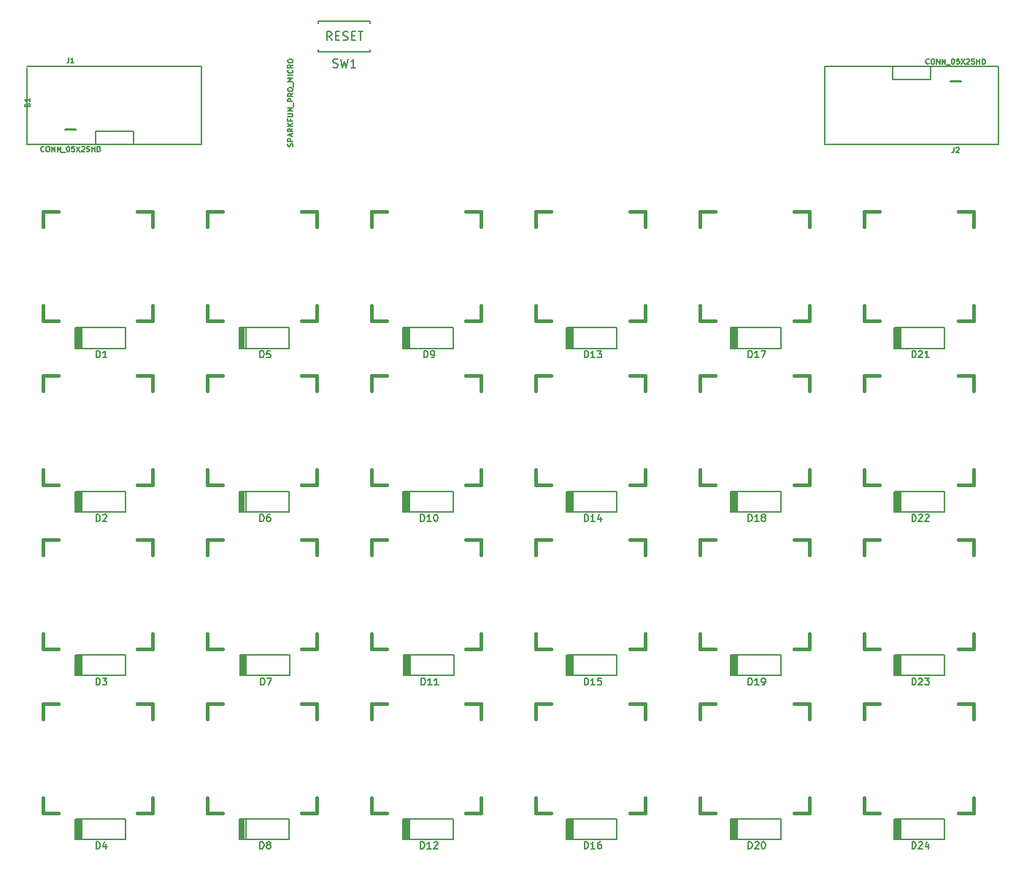
<source format=gto>
G04 #@! TF.GenerationSoftware,KiCad,Pcbnew,(5.1.5)-3*
G04 #@! TF.CreationDate,2020-07-04T19:23:36+09:00*
G04 #@! TF.ProjectId,slamd,736c616d-642e-46b6-9963-61645f706362,rev?*
G04 #@! TF.SameCoordinates,Original*
G04 #@! TF.FileFunction,Legend,Top*
G04 #@! TF.FilePolarity,Positive*
%FSLAX46Y46*%
G04 Gerber Fmt 4.6, Leading zero omitted, Abs format (unit mm)*
G04 Created by KiCad (PCBNEW (5.1.5)-3) date 2020-07-04 19:23:36*
%MOMM*%
%LPD*%
G04 APERTURE LIST*
%ADD10C,0.150000*%
%ADD11C,0.381000*%
%ADD12C,0.200000*%
%ADD13C,0.203200*%
%ADD14C,0.127000*%
G04 APERTURE END LIST*
D10*
X69675000Y-28730000D02*
X69675000Y-28980000D01*
X63675000Y-28730000D02*
X69675000Y-28730000D01*
X63675000Y-28730000D02*
X63675000Y-28980000D01*
X63675000Y-32230000D02*
X63675000Y-31980000D01*
X69675000Y-32230000D02*
X69675000Y-31980000D01*
X63675000Y-32230000D02*
X69675000Y-32230000D01*
D11*
X31750000Y-52578000D02*
X31750000Y-50800000D01*
X31750000Y-63500000D02*
X31750000Y-61722000D01*
X33528000Y-63500000D02*
X31750000Y-63500000D01*
X44450000Y-63500000D02*
X42672000Y-63500000D01*
X44450000Y-61722000D02*
X44450000Y-63500000D01*
X44450000Y-50800000D02*
X44450000Y-52578000D01*
X42672000Y-50800000D02*
X44450000Y-50800000D01*
X31750000Y-50800000D02*
X33528000Y-50800000D01*
X31750000Y-71628000D02*
X31750000Y-69850000D01*
X31750000Y-82550000D02*
X31750000Y-80772000D01*
X33528000Y-82550000D02*
X31750000Y-82550000D01*
X44450000Y-82550000D02*
X42672000Y-82550000D01*
X44450000Y-80772000D02*
X44450000Y-82550000D01*
X44450000Y-69850000D02*
X44450000Y-71628000D01*
X42672000Y-69850000D02*
X44450000Y-69850000D01*
X31750000Y-69850000D02*
X33528000Y-69850000D01*
X31750000Y-88900000D02*
X33528000Y-88900000D01*
X42672000Y-88900000D02*
X44450000Y-88900000D01*
X44450000Y-88900000D02*
X44450000Y-90678000D01*
X44450000Y-99822000D02*
X44450000Y-101600000D01*
X44450000Y-101600000D02*
X42672000Y-101600000D01*
X33528000Y-101600000D02*
X31750000Y-101600000D01*
X31750000Y-101600000D02*
X31750000Y-99822000D01*
X31750000Y-90678000D02*
X31750000Y-88900000D01*
X31750000Y-109728000D02*
X31750000Y-107950000D01*
X31750000Y-120650000D02*
X31750000Y-118872000D01*
X33528000Y-120650000D02*
X31750000Y-120650000D01*
X44450000Y-120650000D02*
X42672000Y-120650000D01*
X44450000Y-118872000D02*
X44450000Y-120650000D01*
X44450000Y-107950000D02*
X44450000Y-109728000D01*
X42672000Y-107950000D02*
X44450000Y-107950000D01*
X31750000Y-107950000D02*
X33528000Y-107950000D01*
X50800000Y-50800000D02*
X52578000Y-50800000D01*
X61722000Y-50800000D02*
X63500000Y-50800000D01*
X63500000Y-50800000D02*
X63500000Y-52578000D01*
X63500000Y-61722000D02*
X63500000Y-63500000D01*
X63500000Y-63500000D02*
X61722000Y-63500000D01*
X52578000Y-63500000D02*
X50800000Y-63500000D01*
X50800000Y-63500000D02*
X50800000Y-61722000D01*
X50800000Y-52578000D02*
X50800000Y-50800000D01*
X50800000Y-71628000D02*
X50800000Y-69850000D01*
X50800000Y-82550000D02*
X50800000Y-80772000D01*
X52578000Y-82550000D02*
X50800000Y-82550000D01*
X63500000Y-82550000D02*
X61722000Y-82550000D01*
X63500000Y-80772000D02*
X63500000Y-82550000D01*
X63500000Y-69850000D02*
X63500000Y-71628000D01*
X61722000Y-69850000D02*
X63500000Y-69850000D01*
X50800000Y-69850000D02*
X52578000Y-69850000D01*
X50800000Y-88900000D02*
X52578000Y-88900000D01*
X61722000Y-88900000D02*
X63500000Y-88900000D01*
X63500000Y-88900000D02*
X63500000Y-90678000D01*
X63500000Y-99822000D02*
X63500000Y-101600000D01*
X63500000Y-101600000D02*
X61722000Y-101600000D01*
X52578000Y-101600000D02*
X50800000Y-101600000D01*
X50800000Y-101600000D02*
X50800000Y-99822000D01*
X50800000Y-90678000D02*
X50800000Y-88900000D01*
X50800000Y-109728000D02*
X50800000Y-107950000D01*
X50800000Y-120650000D02*
X50800000Y-118872000D01*
X52578000Y-120650000D02*
X50800000Y-120650000D01*
X63500000Y-120650000D02*
X61722000Y-120650000D01*
X63500000Y-118872000D02*
X63500000Y-120650000D01*
X63500000Y-107950000D02*
X63500000Y-109728000D01*
X61722000Y-107950000D02*
X63500000Y-107950000D01*
X50800000Y-107950000D02*
X52578000Y-107950000D01*
X69850000Y-50800000D02*
X71628000Y-50800000D01*
X80772000Y-50800000D02*
X82550000Y-50800000D01*
X82550000Y-50800000D02*
X82550000Y-52578000D01*
X82550000Y-61722000D02*
X82550000Y-63500000D01*
X82550000Y-63500000D02*
X80772000Y-63500000D01*
X71628000Y-63500000D02*
X69850000Y-63500000D01*
X69850000Y-63500000D02*
X69850000Y-61722000D01*
X69850000Y-52578000D02*
X69850000Y-50800000D01*
X69850000Y-71628000D02*
X69850000Y-69850000D01*
X69850000Y-82550000D02*
X69850000Y-80772000D01*
X71628000Y-82550000D02*
X69850000Y-82550000D01*
X82550000Y-82550000D02*
X80772000Y-82550000D01*
X82550000Y-80772000D02*
X82550000Y-82550000D01*
X82550000Y-69850000D02*
X82550000Y-71628000D01*
X80772000Y-69850000D02*
X82550000Y-69850000D01*
X69850000Y-69850000D02*
X71628000Y-69850000D01*
X69850000Y-88900000D02*
X71628000Y-88900000D01*
X80772000Y-88900000D02*
X82550000Y-88900000D01*
X82550000Y-88900000D02*
X82550000Y-90678000D01*
X82550000Y-99822000D02*
X82550000Y-101600000D01*
X82550000Y-101600000D02*
X80772000Y-101600000D01*
X71628000Y-101600000D02*
X69850000Y-101600000D01*
X69850000Y-101600000D02*
X69850000Y-99822000D01*
X69850000Y-90678000D02*
X69850000Y-88900000D01*
X69850000Y-109728000D02*
X69850000Y-107950000D01*
X69850000Y-120650000D02*
X69850000Y-118872000D01*
X71628000Y-120650000D02*
X69850000Y-120650000D01*
X82550000Y-120650000D02*
X80772000Y-120650000D01*
X82550000Y-118872000D02*
X82550000Y-120650000D01*
X82550000Y-107950000D02*
X82550000Y-109728000D01*
X80772000Y-107950000D02*
X82550000Y-107950000D01*
X69850000Y-107950000D02*
X71628000Y-107950000D01*
X88900000Y-50800000D02*
X90678000Y-50800000D01*
X99822000Y-50800000D02*
X101600000Y-50800000D01*
X101600000Y-50800000D02*
X101600000Y-52578000D01*
X101600000Y-61722000D02*
X101600000Y-63500000D01*
X101600000Y-63500000D02*
X99822000Y-63500000D01*
X90678000Y-63500000D02*
X88900000Y-63500000D01*
X88900000Y-63500000D02*
X88900000Y-61722000D01*
X88900000Y-52578000D02*
X88900000Y-50800000D01*
X88900000Y-71628000D02*
X88900000Y-69850000D01*
X88900000Y-82550000D02*
X88900000Y-80772000D01*
X90678000Y-82550000D02*
X88900000Y-82550000D01*
X101600000Y-82550000D02*
X99822000Y-82550000D01*
X101600000Y-80772000D02*
X101600000Y-82550000D01*
X101600000Y-69850000D02*
X101600000Y-71628000D01*
X99822000Y-69850000D02*
X101600000Y-69850000D01*
X88900000Y-69850000D02*
X90678000Y-69850000D01*
X88900000Y-88900000D02*
X90678000Y-88900000D01*
X99822000Y-88900000D02*
X101600000Y-88900000D01*
X101600000Y-88900000D02*
X101600000Y-90678000D01*
X101600000Y-99822000D02*
X101600000Y-101600000D01*
X101600000Y-101600000D02*
X99822000Y-101600000D01*
X90678000Y-101600000D02*
X88900000Y-101600000D01*
X88900000Y-101600000D02*
X88900000Y-99822000D01*
X88900000Y-90678000D02*
X88900000Y-88900000D01*
X88900000Y-107950000D02*
X90678000Y-107950000D01*
X99822000Y-107950000D02*
X101600000Y-107950000D01*
X101600000Y-107950000D02*
X101600000Y-109728000D01*
X101600000Y-118872000D02*
X101600000Y-120650000D01*
X101600000Y-120650000D02*
X99822000Y-120650000D01*
X90678000Y-120650000D02*
X88900000Y-120650000D01*
X88900000Y-120650000D02*
X88900000Y-118872000D01*
X88900000Y-109728000D02*
X88900000Y-107950000D01*
X107950000Y-52578000D02*
X107950000Y-50800000D01*
X107950000Y-63500000D02*
X107950000Y-61722000D01*
X109728000Y-63500000D02*
X107950000Y-63500000D01*
X120650000Y-63500000D02*
X118872000Y-63500000D01*
X120650000Y-61722000D02*
X120650000Y-63500000D01*
X120650000Y-50800000D02*
X120650000Y-52578000D01*
X118872000Y-50800000D02*
X120650000Y-50800000D01*
X107950000Y-50800000D02*
X109728000Y-50800000D01*
X107950000Y-71628000D02*
X107950000Y-69850000D01*
X107950000Y-82550000D02*
X107950000Y-80772000D01*
X109728000Y-82550000D02*
X107950000Y-82550000D01*
X120650000Y-82550000D02*
X118872000Y-82550000D01*
X120650000Y-80772000D02*
X120650000Y-82550000D01*
X120650000Y-69850000D02*
X120650000Y-71628000D01*
X118872000Y-69850000D02*
X120650000Y-69850000D01*
X107950000Y-69850000D02*
X109728000Y-69850000D01*
X107950000Y-88900000D02*
X109728000Y-88900000D01*
X118872000Y-88900000D02*
X120650000Y-88900000D01*
X120650000Y-88900000D02*
X120650000Y-90678000D01*
X120650000Y-99822000D02*
X120650000Y-101600000D01*
X120650000Y-101600000D02*
X118872000Y-101600000D01*
X109728000Y-101600000D02*
X107950000Y-101600000D01*
X107950000Y-101600000D02*
X107950000Y-99822000D01*
X107950000Y-90678000D02*
X107950000Y-88900000D01*
X107950000Y-109728000D02*
X107950000Y-107950000D01*
X107950000Y-120650000D02*
X107950000Y-118872000D01*
X109728000Y-120650000D02*
X107950000Y-120650000D01*
X120650000Y-120650000D02*
X118872000Y-120650000D01*
X120650000Y-118872000D02*
X120650000Y-120650000D01*
X120650000Y-107950000D02*
X120650000Y-109728000D01*
X118872000Y-107950000D02*
X120650000Y-107950000D01*
X107950000Y-107950000D02*
X109728000Y-107950000D01*
X127000000Y-50800000D02*
X128778000Y-50800000D01*
X137922000Y-50800000D02*
X139700000Y-50800000D01*
X139700000Y-50800000D02*
X139700000Y-52578000D01*
X139700000Y-61722000D02*
X139700000Y-63500000D01*
X139700000Y-63500000D02*
X137922000Y-63500000D01*
X128778000Y-63500000D02*
X127000000Y-63500000D01*
X127000000Y-63500000D02*
X127000000Y-61722000D01*
X127000000Y-52578000D02*
X127000000Y-50800000D01*
X127000000Y-69850000D02*
X128778000Y-69850000D01*
X137922000Y-69850000D02*
X139700000Y-69850000D01*
X139700000Y-69850000D02*
X139700000Y-71628000D01*
X139700000Y-80772000D02*
X139700000Y-82550000D01*
X139700000Y-82550000D02*
X137922000Y-82550000D01*
X128778000Y-82550000D02*
X127000000Y-82550000D01*
X127000000Y-82550000D02*
X127000000Y-80772000D01*
X127000000Y-71628000D02*
X127000000Y-69850000D01*
X127000000Y-90678000D02*
X127000000Y-88900000D01*
X127000000Y-101600000D02*
X127000000Y-99822000D01*
X128778000Y-101600000D02*
X127000000Y-101600000D01*
X139700000Y-101600000D02*
X137922000Y-101600000D01*
X139700000Y-99822000D02*
X139700000Y-101600000D01*
X139700000Y-88900000D02*
X139700000Y-90678000D01*
X137922000Y-88900000D02*
X139700000Y-88900000D01*
X127000000Y-88900000D02*
X128778000Y-88900000D01*
X127000000Y-107950000D02*
X128778000Y-107950000D01*
X137922000Y-107950000D02*
X139700000Y-107950000D01*
X139700000Y-107950000D02*
X139700000Y-109728000D01*
X139700000Y-118872000D02*
X139700000Y-120650000D01*
X139700000Y-120650000D02*
X137922000Y-120650000D01*
X128778000Y-120650000D02*
X127000000Y-120650000D01*
X127000000Y-120650000D02*
X127000000Y-118872000D01*
X127000000Y-109728000D02*
X127000000Y-107950000D01*
D12*
X41300000Y-66700000D02*
X35500000Y-66700000D01*
X41300000Y-64300000D02*
X41300000Y-66700000D01*
X35500000Y-64300000D02*
X41300000Y-64300000D01*
X35575000Y-64300000D02*
X35575000Y-66700000D01*
X35700000Y-64300000D02*
X35700000Y-66700000D01*
X35475000Y-66700000D02*
X35475000Y-64300000D01*
X35875000Y-64300000D02*
X35875000Y-66700000D01*
X36050000Y-64300000D02*
X36050000Y-66700000D01*
X36225000Y-64300000D02*
X36225000Y-66700000D01*
X36225000Y-83300000D02*
X36225000Y-85700000D01*
X36050000Y-83300000D02*
X36050000Y-85700000D01*
X35875000Y-83300000D02*
X35875000Y-85700000D01*
X35475000Y-85700000D02*
X35475000Y-83300000D01*
X35700000Y-83300000D02*
X35700000Y-85700000D01*
X35575000Y-83300000D02*
X35575000Y-85700000D01*
X35500000Y-83300000D02*
X41300000Y-83300000D01*
X41300000Y-83300000D02*
X41300000Y-85700000D01*
X41300000Y-85700000D02*
X35500000Y-85700000D01*
X36225000Y-102300000D02*
X36225000Y-104700000D01*
X36050000Y-102300000D02*
X36050000Y-104700000D01*
X35875000Y-102300000D02*
X35875000Y-104700000D01*
X35475000Y-104700000D02*
X35475000Y-102300000D01*
X35700000Y-102300000D02*
X35700000Y-104700000D01*
X35575000Y-102300000D02*
X35575000Y-104700000D01*
X35500000Y-102300000D02*
X41300000Y-102300000D01*
X41300000Y-102300000D02*
X41300000Y-104700000D01*
X41300000Y-104700000D02*
X35500000Y-104700000D01*
X36225000Y-121300000D02*
X36225000Y-123700000D01*
X36050000Y-121300000D02*
X36050000Y-123700000D01*
X35875000Y-121300000D02*
X35875000Y-123700000D01*
X35475000Y-123700000D02*
X35475000Y-121300000D01*
X35700000Y-121300000D02*
X35700000Y-123700000D01*
X35575000Y-121300000D02*
X35575000Y-123700000D01*
X35500000Y-121300000D02*
X41300000Y-121300000D01*
X41300000Y-121300000D02*
X41300000Y-123700000D01*
X41300000Y-123700000D02*
X35500000Y-123700000D01*
X60300000Y-66700000D02*
X54500000Y-66700000D01*
X60300000Y-64300000D02*
X60300000Y-66700000D01*
X54500000Y-64300000D02*
X60300000Y-64300000D01*
X54575000Y-64300000D02*
X54575000Y-66700000D01*
X54700000Y-64300000D02*
X54700000Y-66700000D01*
X54475000Y-66700000D02*
X54475000Y-64300000D01*
X54875000Y-64300000D02*
X54875000Y-66700000D01*
X55050000Y-64300000D02*
X55050000Y-66700000D01*
X55225000Y-64300000D02*
X55225000Y-66700000D01*
X55225000Y-83300000D02*
X55225000Y-85700000D01*
X55050000Y-83300000D02*
X55050000Y-85700000D01*
X54875000Y-83300000D02*
X54875000Y-85700000D01*
X54475000Y-85700000D02*
X54475000Y-83300000D01*
X54700000Y-83300000D02*
X54700000Y-85700000D01*
X54575000Y-83300000D02*
X54575000Y-85700000D01*
X54500000Y-83300000D02*
X60300000Y-83300000D01*
X60300000Y-83300000D02*
X60300000Y-85700000D01*
X60300000Y-85700000D02*
X54500000Y-85700000D01*
X60375000Y-104700000D02*
X54575000Y-104700000D01*
X60375000Y-102300000D02*
X60375000Y-104700000D01*
X54575000Y-102300000D02*
X60375000Y-102300000D01*
X54650000Y-102300000D02*
X54650000Y-104700000D01*
X54775000Y-102300000D02*
X54775000Y-104700000D01*
X54550000Y-104700000D02*
X54550000Y-102300000D01*
X54950000Y-102300000D02*
X54950000Y-104700000D01*
X55125000Y-102300000D02*
X55125000Y-104700000D01*
X55300000Y-102300000D02*
X55300000Y-104700000D01*
X60300000Y-123700000D02*
X54500000Y-123700000D01*
X60300000Y-121300000D02*
X60300000Y-123700000D01*
X54500000Y-121300000D02*
X60300000Y-121300000D01*
X54575000Y-121300000D02*
X54575000Y-123700000D01*
X54700000Y-121300000D02*
X54700000Y-123700000D01*
X54475000Y-123700000D02*
X54475000Y-121300000D01*
X54875000Y-121300000D02*
X54875000Y-123700000D01*
X55050000Y-121300000D02*
X55050000Y-123700000D01*
X55225000Y-121300000D02*
X55225000Y-123700000D01*
X79300000Y-66700000D02*
X73500000Y-66700000D01*
X79300000Y-64300000D02*
X79300000Y-66700000D01*
X73500000Y-64300000D02*
X79300000Y-64300000D01*
X73575000Y-64300000D02*
X73575000Y-66700000D01*
X73700000Y-64300000D02*
X73700000Y-66700000D01*
X73475000Y-66700000D02*
X73475000Y-64300000D01*
X73875000Y-64300000D02*
X73875000Y-66700000D01*
X74050000Y-64300000D02*
X74050000Y-66700000D01*
X74225000Y-64300000D02*
X74225000Y-66700000D01*
X74225000Y-83300000D02*
X74225000Y-85700000D01*
X74050000Y-83300000D02*
X74050000Y-85700000D01*
X73875000Y-83300000D02*
X73875000Y-85700000D01*
X73475000Y-85700000D02*
X73475000Y-83300000D01*
X73700000Y-83300000D02*
X73700000Y-85700000D01*
X73575000Y-83300000D02*
X73575000Y-85700000D01*
X73500000Y-83300000D02*
X79300000Y-83300000D01*
X79300000Y-83300000D02*
X79300000Y-85700000D01*
X79300000Y-85700000D02*
X73500000Y-85700000D01*
X74300000Y-102300000D02*
X74300000Y-104700000D01*
X74125000Y-102300000D02*
X74125000Y-104700000D01*
X73950000Y-102300000D02*
X73950000Y-104700000D01*
X73550000Y-104700000D02*
X73550000Y-102300000D01*
X73775000Y-102300000D02*
X73775000Y-104700000D01*
X73650000Y-102300000D02*
X73650000Y-104700000D01*
X73575000Y-102300000D02*
X79375000Y-102300000D01*
X79375000Y-102300000D02*
X79375000Y-104700000D01*
X79375000Y-104700000D02*
X73575000Y-104700000D01*
X79300000Y-123700000D02*
X73500000Y-123700000D01*
X79300000Y-121300000D02*
X79300000Y-123700000D01*
X73500000Y-121300000D02*
X79300000Y-121300000D01*
X73575000Y-121300000D02*
X73575000Y-123700000D01*
X73700000Y-121300000D02*
X73700000Y-123700000D01*
X73475000Y-123700000D02*
X73475000Y-121300000D01*
X73875000Y-121300000D02*
X73875000Y-123700000D01*
X74050000Y-121300000D02*
X74050000Y-123700000D01*
X74225000Y-121300000D02*
X74225000Y-123700000D01*
X98300000Y-66700000D02*
X92500000Y-66700000D01*
X98300000Y-64300000D02*
X98300000Y-66700000D01*
X92500000Y-64300000D02*
X98300000Y-64300000D01*
X92575000Y-64300000D02*
X92575000Y-66700000D01*
X92700000Y-64300000D02*
X92700000Y-66700000D01*
X92475000Y-66700000D02*
X92475000Y-64300000D01*
X92875000Y-64300000D02*
X92875000Y-66700000D01*
X93050000Y-64300000D02*
X93050000Y-66700000D01*
X93225000Y-64300000D02*
X93225000Y-66700000D01*
X93225000Y-83300000D02*
X93225000Y-85700000D01*
X93050000Y-83300000D02*
X93050000Y-85700000D01*
X92875000Y-83300000D02*
X92875000Y-85700000D01*
X92475000Y-85700000D02*
X92475000Y-83300000D01*
X92700000Y-83300000D02*
X92700000Y-85700000D01*
X92575000Y-83300000D02*
X92575000Y-85700000D01*
X92500000Y-83300000D02*
X98300000Y-83300000D01*
X98300000Y-83300000D02*
X98300000Y-85700000D01*
X98300000Y-85700000D02*
X92500000Y-85700000D01*
X93225000Y-102300000D02*
X93225000Y-104700000D01*
X93050000Y-102300000D02*
X93050000Y-104700000D01*
X92875000Y-102300000D02*
X92875000Y-104700000D01*
X92475000Y-104700000D02*
X92475000Y-102300000D01*
X92700000Y-102300000D02*
X92700000Y-104700000D01*
X92575000Y-102300000D02*
X92575000Y-104700000D01*
X92500000Y-102300000D02*
X98300000Y-102300000D01*
X98300000Y-102300000D02*
X98300000Y-104700000D01*
X98300000Y-104700000D02*
X92500000Y-104700000D01*
X98300000Y-123700000D02*
X92500000Y-123700000D01*
X98300000Y-121300000D02*
X98300000Y-123700000D01*
X92500000Y-121300000D02*
X98300000Y-121300000D01*
X92575000Y-121300000D02*
X92575000Y-123700000D01*
X92700000Y-121300000D02*
X92700000Y-123700000D01*
X92475000Y-123700000D02*
X92475000Y-121300000D01*
X92875000Y-121300000D02*
X92875000Y-123700000D01*
X93050000Y-121300000D02*
X93050000Y-123700000D01*
X93225000Y-121300000D02*
X93225000Y-123700000D01*
X112225000Y-64300000D02*
X112225000Y-66700000D01*
X112050000Y-64300000D02*
X112050000Y-66700000D01*
X111875000Y-64300000D02*
X111875000Y-66700000D01*
X111475000Y-66700000D02*
X111475000Y-64300000D01*
X111700000Y-64300000D02*
X111700000Y-66700000D01*
X111575000Y-64300000D02*
X111575000Y-66700000D01*
X111500000Y-64300000D02*
X117300000Y-64300000D01*
X117300000Y-64300000D02*
X117300000Y-66700000D01*
X117300000Y-66700000D02*
X111500000Y-66700000D01*
X117300000Y-85700000D02*
X111500000Y-85700000D01*
X117300000Y-83300000D02*
X117300000Y-85700000D01*
X111500000Y-83300000D02*
X117300000Y-83300000D01*
X111575000Y-83300000D02*
X111575000Y-85700000D01*
X111700000Y-83300000D02*
X111700000Y-85700000D01*
X111475000Y-85700000D02*
X111475000Y-83300000D01*
X111875000Y-83300000D02*
X111875000Y-85700000D01*
X112050000Y-83300000D02*
X112050000Y-85700000D01*
X112225000Y-83300000D02*
X112225000Y-85700000D01*
X112225000Y-102300000D02*
X112225000Y-104700000D01*
X112050000Y-102300000D02*
X112050000Y-104700000D01*
X111875000Y-102300000D02*
X111875000Y-104700000D01*
X111475000Y-104700000D02*
X111475000Y-102300000D01*
X111700000Y-102300000D02*
X111700000Y-104700000D01*
X111575000Y-102300000D02*
X111575000Y-104700000D01*
X111500000Y-102300000D02*
X117300000Y-102300000D01*
X117300000Y-102300000D02*
X117300000Y-104700000D01*
X117300000Y-104700000D02*
X111500000Y-104700000D01*
X117300000Y-123700000D02*
X111500000Y-123700000D01*
X117300000Y-121300000D02*
X117300000Y-123700000D01*
X111500000Y-121300000D02*
X117300000Y-121300000D01*
X111575000Y-121300000D02*
X111575000Y-123700000D01*
X111700000Y-121300000D02*
X111700000Y-123700000D01*
X111475000Y-123700000D02*
X111475000Y-121300000D01*
X111875000Y-121300000D02*
X111875000Y-123700000D01*
X112050000Y-121300000D02*
X112050000Y-123700000D01*
X112225000Y-121300000D02*
X112225000Y-123700000D01*
X131225000Y-64300000D02*
X131225000Y-66700000D01*
X131050000Y-64300000D02*
X131050000Y-66700000D01*
X130875000Y-64300000D02*
X130875000Y-66700000D01*
X130475000Y-66700000D02*
X130475000Y-64300000D01*
X130700000Y-64300000D02*
X130700000Y-66700000D01*
X130575000Y-64300000D02*
X130575000Y-66700000D01*
X130500000Y-64300000D02*
X136300000Y-64300000D01*
X136300000Y-64300000D02*
X136300000Y-66700000D01*
X136300000Y-66700000D02*
X130500000Y-66700000D01*
X136300000Y-85700000D02*
X130500000Y-85700000D01*
X136300000Y-83300000D02*
X136300000Y-85700000D01*
X130500000Y-83300000D02*
X136300000Y-83300000D01*
X130575000Y-83300000D02*
X130575000Y-85700000D01*
X130700000Y-83300000D02*
X130700000Y-85700000D01*
X130475000Y-85700000D02*
X130475000Y-83300000D01*
X130875000Y-83300000D02*
X130875000Y-85700000D01*
X131050000Y-83300000D02*
X131050000Y-85700000D01*
X131225000Y-83300000D02*
X131225000Y-85700000D01*
X131225000Y-102300000D02*
X131225000Y-104700000D01*
X131050000Y-102300000D02*
X131050000Y-104700000D01*
X130875000Y-102300000D02*
X130875000Y-104700000D01*
X130475000Y-104700000D02*
X130475000Y-102300000D01*
X130700000Y-102300000D02*
X130700000Y-104700000D01*
X130575000Y-102300000D02*
X130575000Y-104700000D01*
X130500000Y-102300000D02*
X136300000Y-102300000D01*
X136300000Y-102300000D02*
X136300000Y-104700000D01*
X136300000Y-104700000D02*
X130500000Y-104700000D01*
X136300000Y-123700000D02*
X130500000Y-123700000D01*
X136300000Y-121300000D02*
X136300000Y-123700000D01*
X130500000Y-121300000D02*
X136300000Y-121300000D01*
X130575000Y-121300000D02*
X130575000Y-123700000D01*
X130700000Y-121300000D02*
X130700000Y-123700000D01*
X130475000Y-123700000D02*
X130475000Y-121300000D01*
X130875000Y-121300000D02*
X130875000Y-123700000D01*
X131050000Y-121300000D02*
X131050000Y-123700000D01*
X131225000Y-121300000D02*
X131225000Y-123700000D01*
D13*
X34285000Y-41273680D02*
X35555000Y-41273680D01*
X29900960Y-34001660D02*
X50099040Y-34001660D01*
X50099040Y-42998340D02*
X42199640Y-42998340D01*
X42199640Y-42998340D02*
X37800360Y-42998340D01*
X37800360Y-42998340D02*
X29900960Y-42998340D01*
X29900960Y-42998340D02*
X29900960Y-34100720D01*
X50099040Y-34001660D02*
X50099040Y-42998340D01*
X37800360Y-42998340D02*
X37800360Y-41499740D01*
X37800360Y-41499740D02*
X42199640Y-41499740D01*
X42199640Y-41499740D02*
X42199640Y-42998340D01*
X34285000Y-41311780D02*
X35555000Y-41311780D01*
X138215000Y-35726320D02*
X136945000Y-35726320D01*
X142599040Y-42998340D02*
X122400960Y-42998340D01*
X122400960Y-34001660D02*
X130300360Y-34001660D01*
X130300360Y-34001660D02*
X134699640Y-34001660D01*
X134699640Y-34001660D02*
X142599040Y-34001660D01*
X142599040Y-34001660D02*
X142599040Y-42899280D01*
X122400960Y-42998340D02*
X122400960Y-34001660D01*
X134699640Y-34001660D02*
X134699640Y-35500260D01*
X134699640Y-35500260D02*
X130300360Y-35500260D01*
X130300360Y-35500260D02*
X130300360Y-34001660D01*
X138215000Y-35688220D02*
X136945000Y-35688220D01*
D10*
X65341666Y-34059761D02*
X65484523Y-34107380D01*
X65722619Y-34107380D01*
X65817857Y-34059761D01*
X65865476Y-34012142D01*
X65913095Y-33916904D01*
X65913095Y-33821666D01*
X65865476Y-33726428D01*
X65817857Y-33678809D01*
X65722619Y-33631190D01*
X65532142Y-33583571D01*
X65436904Y-33535952D01*
X65389285Y-33488333D01*
X65341666Y-33393095D01*
X65341666Y-33297857D01*
X65389285Y-33202619D01*
X65436904Y-33155000D01*
X65532142Y-33107380D01*
X65770238Y-33107380D01*
X65913095Y-33155000D01*
X66246428Y-33107380D02*
X66484523Y-34107380D01*
X66675000Y-33393095D01*
X66865476Y-34107380D01*
X67103571Y-33107380D01*
X68008333Y-34107380D02*
X67436904Y-34107380D01*
X67722619Y-34107380D02*
X67722619Y-33107380D01*
X67627380Y-33250238D01*
X67532142Y-33345476D01*
X67436904Y-33393095D01*
X65222619Y-30932380D02*
X64889285Y-30456190D01*
X64651190Y-30932380D02*
X64651190Y-29932380D01*
X65032142Y-29932380D01*
X65127380Y-29980000D01*
X65175000Y-30027619D01*
X65222619Y-30122857D01*
X65222619Y-30265714D01*
X65175000Y-30360952D01*
X65127380Y-30408571D01*
X65032142Y-30456190D01*
X64651190Y-30456190D01*
X65651190Y-30408571D02*
X65984523Y-30408571D01*
X66127380Y-30932380D02*
X65651190Y-30932380D01*
X65651190Y-29932380D01*
X66127380Y-29932380D01*
X66508333Y-30884761D02*
X66651190Y-30932380D01*
X66889285Y-30932380D01*
X66984523Y-30884761D01*
X67032142Y-30837142D01*
X67079761Y-30741904D01*
X67079761Y-30646666D01*
X67032142Y-30551428D01*
X66984523Y-30503809D01*
X66889285Y-30456190D01*
X66698809Y-30408571D01*
X66603571Y-30360952D01*
X66555952Y-30313333D01*
X66508333Y-30218095D01*
X66508333Y-30122857D01*
X66555952Y-30027619D01*
X66603571Y-29980000D01*
X66698809Y-29932380D01*
X66936904Y-29932380D01*
X67079761Y-29980000D01*
X67508333Y-30408571D02*
X67841666Y-30408571D01*
X67984523Y-30932380D02*
X67508333Y-30932380D01*
X67508333Y-29932380D01*
X67984523Y-29932380D01*
X68270238Y-29932380D02*
X68841666Y-29932380D01*
X68555952Y-30932380D02*
X68555952Y-29932380D01*
D14*
X29916457Y-38446742D02*
X29945485Y-38359657D01*
X29974514Y-38330628D01*
X30032571Y-38301600D01*
X30119657Y-38301600D01*
X30177714Y-38330628D01*
X30206742Y-38359657D01*
X30235771Y-38417714D01*
X30235771Y-38649942D01*
X29626171Y-38649942D01*
X29626171Y-38446742D01*
X29655200Y-38388685D01*
X29684228Y-38359657D01*
X29742285Y-38330628D01*
X29800342Y-38330628D01*
X29858400Y-38359657D01*
X29887428Y-38388685D01*
X29916457Y-38446742D01*
X29916457Y-38649942D01*
X30235771Y-37721028D02*
X30235771Y-38069371D01*
X30235771Y-37895200D02*
X29626171Y-37895200D01*
X29713257Y-37953257D01*
X29771314Y-38011314D01*
X29800342Y-38069371D01*
X60686742Y-43265485D02*
X60715771Y-43178400D01*
X60715771Y-43033257D01*
X60686742Y-42975200D01*
X60657714Y-42946171D01*
X60599657Y-42917142D01*
X60541600Y-42917142D01*
X60483542Y-42946171D01*
X60454514Y-42975200D01*
X60425485Y-43033257D01*
X60396457Y-43149371D01*
X60367428Y-43207428D01*
X60338400Y-43236457D01*
X60280342Y-43265485D01*
X60222285Y-43265485D01*
X60164228Y-43236457D01*
X60135200Y-43207428D01*
X60106171Y-43149371D01*
X60106171Y-43004228D01*
X60135200Y-42917142D01*
X60715771Y-42655885D02*
X60106171Y-42655885D01*
X60106171Y-42423657D01*
X60135200Y-42365600D01*
X60164228Y-42336571D01*
X60222285Y-42307542D01*
X60309371Y-42307542D01*
X60367428Y-42336571D01*
X60396457Y-42365600D01*
X60425485Y-42423657D01*
X60425485Y-42655885D01*
X60541600Y-42075314D02*
X60541600Y-41785028D01*
X60715771Y-42133371D02*
X60106171Y-41930171D01*
X60715771Y-41726971D01*
X60715771Y-41175428D02*
X60425485Y-41378628D01*
X60715771Y-41523771D02*
X60106171Y-41523771D01*
X60106171Y-41291542D01*
X60135200Y-41233485D01*
X60164228Y-41204457D01*
X60222285Y-41175428D01*
X60309371Y-41175428D01*
X60367428Y-41204457D01*
X60396457Y-41233485D01*
X60425485Y-41291542D01*
X60425485Y-41523771D01*
X60715771Y-40914171D02*
X60106171Y-40914171D01*
X60715771Y-40565828D02*
X60367428Y-40827085D01*
X60106171Y-40565828D02*
X60454514Y-40914171D01*
X60396457Y-40101371D02*
X60396457Y-40304571D01*
X60715771Y-40304571D02*
X60106171Y-40304571D01*
X60106171Y-40014285D01*
X60106171Y-39782057D02*
X60599657Y-39782057D01*
X60657714Y-39753028D01*
X60686742Y-39724000D01*
X60715771Y-39665942D01*
X60715771Y-39549828D01*
X60686742Y-39491771D01*
X60657714Y-39462742D01*
X60599657Y-39433714D01*
X60106171Y-39433714D01*
X60715771Y-39143428D02*
X60106171Y-39143428D01*
X60715771Y-38795085D01*
X60106171Y-38795085D01*
X60773828Y-38649942D02*
X60773828Y-38185485D01*
X60715771Y-38040342D02*
X60106171Y-38040342D01*
X60106171Y-37808114D01*
X60135200Y-37750057D01*
X60164228Y-37721028D01*
X60222285Y-37692000D01*
X60309371Y-37692000D01*
X60367428Y-37721028D01*
X60396457Y-37750057D01*
X60425485Y-37808114D01*
X60425485Y-38040342D01*
X60715771Y-37082400D02*
X60425485Y-37285600D01*
X60715771Y-37430742D02*
X60106171Y-37430742D01*
X60106171Y-37198514D01*
X60135200Y-37140457D01*
X60164228Y-37111428D01*
X60222285Y-37082400D01*
X60309371Y-37082400D01*
X60367428Y-37111428D01*
X60396457Y-37140457D01*
X60425485Y-37198514D01*
X60425485Y-37430742D01*
X60106171Y-36705028D02*
X60106171Y-36588914D01*
X60135200Y-36530857D01*
X60193257Y-36472800D01*
X60309371Y-36443771D01*
X60512571Y-36443771D01*
X60628685Y-36472800D01*
X60686742Y-36530857D01*
X60715771Y-36588914D01*
X60715771Y-36705028D01*
X60686742Y-36763085D01*
X60628685Y-36821142D01*
X60512571Y-36850171D01*
X60309371Y-36850171D01*
X60193257Y-36821142D01*
X60135200Y-36763085D01*
X60106171Y-36705028D01*
X60773828Y-36327657D02*
X60773828Y-35863200D01*
X60715771Y-35718057D02*
X60106171Y-35718057D01*
X60541600Y-35514857D01*
X60106171Y-35311657D01*
X60715771Y-35311657D01*
X60715771Y-35021371D02*
X60106171Y-35021371D01*
X60657714Y-34382742D02*
X60686742Y-34411771D01*
X60715771Y-34498857D01*
X60715771Y-34556914D01*
X60686742Y-34644000D01*
X60628685Y-34702057D01*
X60570628Y-34731085D01*
X60454514Y-34760114D01*
X60367428Y-34760114D01*
X60251314Y-34731085D01*
X60193257Y-34702057D01*
X60135200Y-34644000D01*
X60106171Y-34556914D01*
X60106171Y-34498857D01*
X60135200Y-34411771D01*
X60164228Y-34382742D01*
X60715771Y-33773142D02*
X60425485Y-33976342D01*
X60715771Y-34121485D02*
X60106171Y-34121485D01*
X60106171Y-33889257D01*
X60135200Y-33831200D01*
X60164228Y-33802171D01*
X60222285Y-33773142D01*
X60309371Y-33773142D01*
X60367428Y-33802171D01*
X60396457Y-33831200D01*
X60425485Y-33889257D01*
X60425485Y-34121485D01*
X60106171Y-33395771D02*
X60106171Y-33279657D01*
X60135200Y-33221600D01*
X60193257Y-33163542D01*
X60309371Y-33134514D01*
X60512571Y-33134514D01*
X60628685Y-33163542D01*
X60686742Y-33221600D01*
X60715771Y-33279657D01*
X60715771Y-33395771D01*
X60686742Y-33453828D01*
X60628685Y-33511885D01*
X60512571Y-33540914D01*
X60309371Y-33540914D01*
X60193257Y-33511885D01*
X60135200Y-33453828D01*
X60106171Y-33395771D01*
D10*
X37909523Y-67786904D02*
X37909523Y-66986904D01*
X38100000Y-66986904D01*
X38214285Y-67025000D01*
X38290476Y-67101190D01*
X38328571Y-67177380D01*
X38366666Y-67329761D01*
X38366666Y-67444047D01*
X38328571Y-67596428D01*
X38290476Y-67672619D01*
X38214285Y-67748809D01*
X38100000Y-67786904D01*
X37909523Y-67786904D01*
X39128571Y-67786904D02*
X38671428Y-67786904D01*
X38900000Y-67786904D02*
X38900000Y-66986904D01*
X38823809Y-67101190D01*
X38747619Y-67177380D01*
X38671428Y-67215476D01*
X37909523Y-86786904D02*
X37909523Y-85986904D01*
X38100000Y-85986904D01*
X38214285Y-86025000D01*
X38290476Y-86101190D01*
X38328571Y-86177380D01*
X38366666Y-86329761D01*
X38366666Y-86444047D01*
X38328571Y-86596428D01*
X38290476Y-86672619D01*
X38214285Y-86748809D01*
X38100000Y-86786904D01*
X37909523Y-86786904D01*
X38671428Y-86063095D02*
X38709523Y-86025000D01*
X38785714Y-85986904D01*
X38976190Y-85986904D01*
X39052380Y-86025000D01*
X39090476Y-86063095D01*
X39128571Y-86139285D01*
X39128571Y-86215476D01*
X39090476Y-86329761D01*
X38633333Y-86786904D01*
X39128571Y-86786904D01*
X37909523Y-105786904D02*
X37909523Y-104986904D01*
X38100000Y-104986904D01*
X38214285Y-105025000D01*
X38290476Y-105101190D01*
X38328571Y-105177380D01*
X38366666Y-105329761D01*
X38366666Y-105444047D01*
X38328571Y-105596428D01*
X38290476Y-105672619D01*
X38214285Y-105748809D01*
X38100000Y-105786904D01*
X37909523Y-105786904D01*
X38633333Y-104986904D02*
X39128571Y-104986904D01*
X38861904Y-105291666D01*
X38976190Y-105291666D01*
X39052380Y-105329761D01*
X39090476Y-105367857D01*
X39128571Y-105444047D01*
X39128571Y-105634523D01*
X39090476Y-105710714D01*
X39052380Y-105748809D01*
X38976190Y-105786904D01*
X38747619Y-105786904D01*
X38671428Y-105748809D01*
X38633333Y-105710714D01*
X37909523Y-124786904D02*
X37909523Y-123986904D01*
X38100000Y-123986904D01*
X38214285Y-124025000D01*
X38290476Y-124101190D01*
X38328571Y-124177380D01*
X38366666Y-124329761D01*
X38366666Y-124444047D01*
X38328571Y-124596428D01*
X38290476Y-124672619D01*
X38214285Y-124748809D01*
X38100000Y-124786904D01*
X37909523Y-124786904D01*
X39052380Y-124253571D02*
X39052380Y-124786904D01*
X38861904Y-123948809D02*
X38671428Y-124520238D01*
X39166666Y-124520238D01*
X56909523Y-67786904D02*
X56909523Y-66986904D01*
X57100000Y-66986904D01*
X57214285Y-67025000D01*
X57290476Y-67101190D01*
X57328571Y-67177380D01*
X57366666Y-67329761D01*
X57366666Y-67444047D01*
X57328571Y-67596428D01*
X57290476Y-67672619D01*
X57214285Y-67748809D01*
X57100000Y-67786904D01*
X56909523Y-67786904D01*
X58090476Y-66986904D02*
X57709523Y-66986904D01*
X57671428Y-67367857D01*
X57709523Y-67329761D01*
X57785714Y-67291666D01*
X57976190Y-67291666D01*
X58052380Y-67329761D01*
X58090476Y-67367857D01*
X58128571Y-67444047D01*
X58128571Y-67634523D01*
X58090476Y-67710714D01*
X58052380Y-67748809D01*
X57976190Y-67786904D01*
X57785714Y-67786904D01*
X57709523Y-67748809D01*
X57671428Y-67710714D01*
X56909523Y-86786904D02*
X56909523Y-85986904D01*
X57100000Y-85986904D01*
X57214285Y-86025000D01*
X57290476Y-86101190D01*
X57328571Y-86177380D01*
X57366666Y-86329761D01*
X57366666Y-86444047D01*
X57328571Y-86596428D01*
X57290476Y-86672619D01*
X57214285Y-86748809D01*
X57100000Y-86786904D01*
X56909523Y-86786904D01*
X58052380Y-85986904D02*
X57900000Y-85986904D01*
X57823809Y-86025000D01*
X57785714Y-86063095D01*
X57709523Y-86177380D01*
X57671428Y-86329761D01*
X57671428Y-86634523D01*
X57709523Y-86710714D01*
X57747619Y-86748809D01*
X57823809Y-86786904D01*
X57976190Y-86786904D01*
X58052380Y-86748809D01*
X58090476Y-86710714D01*
X58128571Y-86634523D01*
X58128571Y-86444047D01*
X58090476Y-86367857D01*
X58052380Y-86329761D01*
X57976190Y-86291666D01*
X57823809Y-86291666D01*
X57747619Y-86329761D01*
X57709523Y-86367857D01*
X57671428Y-86444047D01*
X56984523Y-105786904D02*
X56984523Y-104986904D01*
X57175000Y-104986904D01*
X57289285Y-105025000D01*
X57365476Y-105101190D01*
X57403571Y-105177380D01*
X57441666Y-105329761D01*
X57441666Y-105444047D01*
X57403571Y-105596428D01*
X57365476Y-105672619D01*
X57289285Y-105748809D01*
X57175000Y-105786904D01*
X56984523Y-105786904D01*
X57708333Y-104986904D02*
X58241666Y-104986904D01*
X57898809Y-105786904D01*
X56909523Y-124786904D02*
X56909523Y-123986904D01*
X57100000Y-123986904D01*
X57214285Y-124025000D01*
X57290476Y-124101190D01*
X57328571Y-124177380D01*
X57366666Y-124329761D01*
X57366666Y-124444047D01*
X57328571Y-124596428D01*
X57290476Y-124672619D01*
X57214285Y-124748809D01*
X57100000Y-124786904D01*
X56909523Y-124786904D01*
X57823809Y-124329761D02*
X57747619Y-124291666D01*
X57709523Y-124253571D01*
X57671428Y-124177380D01*
X57671428Y-124139285D01*
X57709523Y-124063095D01*
X57747619Y-124025000D01*
X57823809Y-123986904D01*
X57976190Y-123986904D01*
X58052380Y-124025000D01*
X58090476Y-124063095D01*
X58128571Y-124139285D01*
X58128571Y-124177380D01*
X58090476Y-124253571D01*
X58052380Y-124291666D01*
X57976190Y-124329761D01*
X57823809Y-124329761D01*
X57747619Y-124367857D01*
X57709523Y-124405952D01*
X57671428Y-124482142D01*
X57671428Y-124634523D01*
X57709523Y-124710714D01*
X57747619Y-124748809D01*
X57823809Y-124786904D01*
X57976190Y-124786904D01*
X58052380Y-124748809D01*
X58090476Y-124710714D01*
X58128571Y-124634523D01*
X58128571Y-124482142D01*
X58090476Y-124405952D01*
X58052380Y-124367857D01*
X57976190Y-124329761D01*
X75909523Y-67786904D02*
X75909523Y-66986904D01*
X76100000Y-66986904D01*
X76214285Y-67025000D01*
X76290476Y-67101190D01*
X76328571Y-67177380D01*
X76366666Y-67329761D01*
X76366666Y-67444047D01*
X76328571Y-67596428D01*
X76290476Y-67672619D01*
X76214285Y-67748809D01*
X76100000Y-67786904D01*
X75909523Y-67786904D01*
X76747619Y-67786904D02*
X76900000Y-67786904D01*
X76976190Y-67748809D01*
X77014285Y-67710714D01*
X77090476Y-67596428D01*
X77128571Y-67444047D01*
X77128571Y-67139285D01*
X77090476Y-67063095D01*
X77052380Y-67025000D01*
X76976190Y-66986904D01*
X76823809Y-66986904D01*
X76747619Y-67025000D01*
X76709523Y-67063095D01*
X76671428Y-67139285D01*
X76671428Y-67329761D01*
X76709523Y-67405952D01*
X76747619Y-67444047D01*
X76823809Y-67482142D01*
X76976190Y-67482142D01*
X77052380Y-67444047D01*
X77090476Y-67405952D01*
X77128571Y-67329761D01*
X75528571Y-86786904D02*
X75528571Y-85986904D01*
X75719047Y-85986904D01*
X75833333Y-86025000D01*
X75909523Y-86101190D01*
X75947619Y-86177380D01*
X75985714Y-86329761D01*
X75985714Y-86444047D01*
X75947619Y-86596428D01*
X75909523Y-86672619D01*
X75833333Y-86748809D01*
X75719047Y-86786904D01*
X75528571Y-86786904D01*
X76747619Y-86786904D02*
X76290476Y-86786904D01*
X76519047Y-86786904D02*
X76519047Y-85986904D01*
X76442857Y-86101190D01*
X76366666Y-86177380D01*
X76290476Y-86215476D01*
X77242857Y-85986904D02*
X77319047Y-85986904D01*
X77395238Y-86025000D01*
X77433333Y-86063095D01*
X77471428Y-86139285D01*
X77509523Y-86291666D01*
X77509523Y-86482142D01*
X77471428Y-86634523D01*
X77433333Y-86710714D01*
X77395238Y-86748809D01*
X77319047Y-86786904D01*
X77242857Y-86786904D01*
X77166666Y-86748809D01*
X77128571Y-86710714D01*
X77090476Y-86634523D01*
X77052380Y-86482142D01*
X77052380Y-86291666D01*
X77090476Y-86139285D01*
X77128571Y-86063095D01*
X77166666Y-86025000D01*
X77242857Y-85986904D01*
X75603571Y-105786904D02*
X75603571Y-104986904D01*
X75794047Y-104986904D01*
X75908333Y-105025000D01*
X75984523Y-105101190D01*
X76022619Y-105177380D01*
X76060714Y-105329761D01*
X76060714Y-105444047D01*
X76022619Y-105596428D01*
X75984523Y-105672619D01*
X75908333Y-105748809D01*
X75794047Y-105786904D01*
X75603571Y-105786904D01*
X76822619Y-105786904D02*
X76365476Y-105786904D01*
X76594047Y-105786904D02*
X76594047Y-104986904D01*
X76517857Y-105101190D01*
X76441666Y-105177380D01*
X76365476Y-105215476D01*
X77584523Y-105786904D02*
X77127380Y-105786904D01*
X77355952Y-105786904D02*
X77355952Y-104986904D01*
X77279761Y-105101190D01*
X77203571Y-105177380D01*
X77127380Y-105215476D01*
X75528571Y-124786904D02*
X75528571Y-123986904D01*
X75719047Y-123986904D01*
X75833333Y-124025000D01*
X75909523Y-124101190D01*
X75947619Y-124177380D01*
X75985714Y-124329761D01*
X75985714Y-124444047D01*
X75947619Y-124596428D01*
X75909523Y-124672619D01*
X75833333Y-124748809D01*
X75719047Y-124786904D01*
X75528571Y-124786904D01*
X76747619Y-124786904D02*
X76290476Y-124786904D01*
X76519047Y-124786904D02*
X76519047Y-123986904D01*
X76442857Y-124101190D01*
X76366666Y-124177380D01*
X76290476Y-124215476D01*
X77052380Y-124063095D02*
X77090476Y-124025000D01*
X77166666Y-123986904D01*
X77357142Y-123986904D01*
X77433333Y-124025000D01*
X77471428Y-124063095D01*
X77509523Y-124139285D01*
X77509523Y-124215476D01*
X77471428Y-124329761D01*
X77014285Y-124786904D01*
X77509523Y-124786904D01*
X94528571Y-67786904D02*
X94528571Y-66986904D01*
X94719047Y-66986904D01*
X94833333Y-67025000D01*
X94909523Y-67101190D01*
X94947619Y-67177380D01*
X94985714Y-67329761D01*
X94985714Y-67444047D01*
X94947619Y-67596428D01*
X94909523Y-67672619D01*
X94833333Y-67748809D01*
X94719047Y-67786904D01*
X94528571Y-67786904D01*
X95747619Y-67786904D02*
X95290476Y-67786904D01*
X95519047Y-67786904D02*
X95519047Y-66986904D01*
X95442857Y-67101190D01*
X95366666Y-67177380D01*
X95290476Y-67215476D01*
X96014285Y-66986904D02*
X96509523Y-66986904D01*
X96242857Y-67291666D01*
X96357142Y-67291666D01*
X96433333Y-67329761D01*
X96471428Y-67367857D01*
X96509523Y-67444047D01*
X96509523Y-67634523D01*
X96471428Y-67710714D01*
X96433333Y-67748809D01*
X96357142Y-67786904D01*
X96128571Y-67786904D01*
X96052380Y-67748809D01*
X96014285Y-67710714D01*
X94528571Y-86786904D02*
X94528571Y-85986904D01*
X94719047Y-85986904D01*
X94833333Y-86025000D01*
X94909523Y-86101190D01*
X94947619Y-86177380D01*
X94985714Y-86329761D01*
X94985714Y-86444047D01*
X94947619Y-86596428D01*
X94909523Y-86672619D01*
X94833333Y-86748809D01*
X94719047Y-86786904D01*
X94528571Y-86786904D01*
X95747619Y-86786904D02*
X95290476Y-86786904D01*
X95519047Y-86786904D02*
X95519047Y-85986904D01*
X95442857Y-86101190D01*
X95366666Y-86177380D01*
X95290476Y-86215476D01*
X96433333Y-86253571D02*
X96433333Y-86786904D01*
X96242857Y-85948809D02*
X96052380Y-86520238D01*
X96547619Y-86520238D01*
X94528571Y-105786904D02*
X94528571Y-104986904D01*
X94719047Y-104986904D01*
X94833333Y-105025000D01*
X94909523Y-105101190D01*
X94947619Y-105177380D01*
X94985714Y-105329761D01*
X94985714Y-105444047D01*
X94947619Y-105596428D01*
X94909523Y-105672619D01*
X94833333Y-105748809D01*
X94719047Y-105786904D01*
X94528571Y-105786904D01*
X95747619Y-105786904D02*
X95290476Y-105786904D01*
X95519047Y-105786904D02*
X95519047Y-104986904D01*
X95442857Y-105101190D01*
X95366666Y-105177380D01*
X95290476Y-105215476D01*
X96471428Y-104986904D02*
X96090476Y-104986904D01*
X96052380Y-105367857D01*
X96090476Y-105329761D01*
X96166666Y-105291666D01*
X96357142Y-105291666D01*
X96433333Y-105329761D01*
X96471428Y-105367857D01*
X96509523Y-105444047D01*
X96509523Y-105634523D01*
X96471428Y-105710714D01*
X96433333Y-105748809D01*
X96357142Y-105786904D01*
X96166666Y-105786904D01*
X96090476Y-105748809D01*
X96052380Y-105710714D01*
X94528571Y-124786904D02*
X94528571Y-123986904D01*
X94719047Y-123986904D01*
X94833333Y-124025000D01*
X94909523Y-124101190D01*
X94947619Y-124177380D01*
X94985714Y-124329761D01*
X94985714Y-124444047D01*
X94947619Y-124596428D01*
X94909523Y-124672619D01*
X94833333Y-124748809D01*
X94719047Y-124786904D01*
X94528571Y-124786904D01*
X95747619Y-124786904D02*
X95290476Y-124786904D01*
X95519047Y-124786904D02*
X95519047Y-123986904D01*
X95442857Y-124101190D01*
X95366666Y-124177380D01*
X95290476Y-124215476D01*
X96433333Y-123986904D02*
X96280952Y-123986904D01*
X96204761Y-124025000D01*
X96166666Y-124063095D01*
X96090476Y-124177380D01*
X96052380Y-124329761D01*
X96052380Y-124634523D01*
X96090476Y-124710714D01*
X96128571Y-124748809D01*
X96204761Y-124786904D01*
X96357142Y-124786904D01*
X96433333Y-124748809D01*
X96471428Y-124710714D01*
X96509523Y-124634523D01*
X96509523Y-124444047D01*
X96471428Y-124367857D01*
X96433333Y-124329761D01*
X96357142Y-124291666D01*
X96204761Y-124291666D01*
X96128571Y-124329761D01*
X96090476Y-124367857D01*
X96052380Y-124444047D01*
X113528571Y-67786904D02*
X113528571Y-66986904D01*
X113719047Y-66986904D01*
X113833333Y-67025000D01*
X113909523Y-67101190D01*
X113947619Y-67177380D01*
X113985714Y-67329761D01*
X113985714Y-67444047D01*
X113947619Y-67596428D01*
X113909523Y-67672619D01*
X113833333Y-67748809D01*
X113719047Y-67786904D01*
X113528571Y-67786904D01*
X114747619Y-67786904D02*
X114290476Y-67786904D01*
X114519047Y-67786904D02*
X114519047Y-66986904D01*
X114442857Y-67101190D01*
X114366666Y-67177380D01*
X114290476Y-67215476D01*
X115014285Y-66986904D02*
X115547619Y-66986904D01*
X115204761Y-67786904D01*
X113528571Y-86786904D02*
X113528571Y-85986904D01*
X113719047Y-85986904D01*
X113833333Y-86025000D01*
X113909523Y-86101190D01*
X113947619Y-86177380D01*
X113985714Y-86329761D01*
X113985714Y-86444047D01*
X113947619Y-86596428D01*
X113909523Y-86672619D01*
X113833333Y-86748809D01*
X113719047Y-86786904D01*
X113528571Y-86786904D01*
X114747619Y-86786904D02*
X114290476Y-86786904D01*
X114519047Y-86786904D02*
X114519047Y-85986904D01*
X114442857Y-86101190D01*
X114366666Y-86177380D01*
X114290476Y-86215476D01*
X115204761Y-86329761D02*
X115128571Y-86291666D01*
X115090476Y-86253571D01*
X115052380Y-86177380D01*
X115052380Y-86139285D01*
X115090476Y-86063095D01*
X115128571Y-86025000D01*
X115204761Y-85986904D01*
X115357142Y-85986904D01*
X115433333Y-86025000D01*
X115471428Y-86063095D01*
X115509523Y-86139285D01*
X115509523Y-86177380D01*
X115471428Y-86253571D01*
X115433333Y-86291666D01*
X115357142Y-86329761D01*
X115204761Y-86329761D01*
X115128571Y-86367857D01*
X115090476Y-86405952D01*
X115052380Y-86482142D01*
X115052380Y-86634523D01*
X115090476Y-86710714D01*
X115128571Y-86748809D01*
X115204761Y-86786904D01*
X115357142Y-86786904D01*
X115433333Y-86748809D01*
X115471428Y-86710714D01*
X115509523Y-86634523D01*
X115509523Y-86482142D01*
X115471428Y-86405952D01*
X115433333Y-86367857D01*
X115357142Y-86329761D01*
X113528571Y-105786904D02*
X113528571Y-104986904D01*
X113719047Y-104986904D01*
X113833333Y-105025000D01*
X113909523Y-105101190D01*
X113947619Y-105177380D01*
X113985714Y-105329761D01*
X113985714Y-105444047D01*
X113947619Y-105596428D01*
X113909523Y-105672619D01*
X113833333Y-105748809D01*
X113719047Y-105786904D01*
X113528571Y-105786904D01*
X114747619Y-105786904D02*
X114290476Y-105786904D01*
X114519047Y-105786904D02*
X114519047Y-104986904D01*
X114442857Y-105101190D01*
X114366666Y-105177380D01*
X114290476Y-105215476D01*
X115128571Y-105786904D02*
X115280952Y-105786904D01*
X115357142Y-105748809D01*
X115395238Y-105710714D01*
X115471428Y-105596428D01*
X115509523Y-105444047D01*
X115509523Y-105139285D01*
X115471428Y-105063095D01*
X115433333Y-105025000D01*
X115357142Y-104986904D01*
X115204761Y-104986904D01*
X115128571Y-105025000D01*
X115090476Y-105063095D01*
X115052380Y-105139285D01*
X115052380Y-105329761D01*
X115090476Y-105405952D01*
X115128571Y-105444047D01*
X115204761Y-105482142D01*
X115357142Y-105482142D01*
X115433333Y-105444047D01*
X115471428Y-105405952D01*
X115509523Y-105329761D01*
X113528571Y-124786904D02*
X113528571Y-123986904D01*
X113719047Y-123986904D01*
X113833333Y-124025000D01*
X113909523Y-124101190D01*
X113947619Y-124177380D01*
X113985714Y-124329761D01*
X113985714Y-124444047D01*
X113947619Y-124596428D01*
X113909523Y-124672619D01*
X113833333Y-124748809D01*
X113719047Y-124786904D01*
X113528571Y-124786904D01*
X114290476Y-124063095D02*
X114328571Y-124025000D01*
X114404761Y-123986904D01*
X114595238Y-123986904D01*
X114671428Y-124025000D01*
X114709523Y-124063095D01*
X114747619Y-124139285D01*
X114747619Y-124215476D01*
X114709523Y-124329761D01*
X114252380Y-124786904D01*
X114747619Y-124786904D01*
X115242857Y-123986904D02*
X115319047Y-123986904D01*
X115395238Y-124025000D01*
X115433333Y-124063095D01*
X115471428Y-124139285D01*
X115509523Y-124291666D01*
X115509523Y-124482142D01*
X115471428Y-124634523D01*
X115433333Y-124710714D01*
X115395238Y-124748809D01*
X115319047Y-124786904D01*
X115242857Y-124786904D01*
X115166666Y-124748809D01*
X115128571Y-124710714D01*
X115090476Y-124634523D01*
X115052380Y-124482142D01*
X115052380Y-124291666D01*
X115090476Y-124139285D01*
X115128571Y-124063095D01*
X115166666Y-124025000D01*
X115242857Y-123986904D01*
X132528571Y-67786904D02*
X132528571Y-66986904D01*
X132719047Y-66986904D01*
X132833333Y-67025000D01*
X132909523Y-67101190D01*
X132947619Y-67177380D01*
X132985714Y-67329761D01*
X132985714Y-67444047D01*
X132947619Y-67596428D01*
X132909523Y-67672619D01*
X132833333Y-67748809D01*
X132719047Y-67786904D01*
X132528571Y-67786904D01*
X133290476Y-67063095D02*
X133328571Y-67025000D01*
X133404761Y-66986904D01*
X133595238Y-66986904D01*
X133671428Y-67025000D01*
X133709523Y-67063095D01*
X133747619Y-67139285D01*
X133747619Y-67215476D01*
X133709523Y-67329761D01*
X133252380Y-67786904D01*
X133747619Y-67786904D01*
X134509523Y-67786904D02*
X134052380Y-67786904D01*
X134280952Y-67786904D02*
X134280952Y-66986904D01*
X134204761Y-67101190D01*
X134128571Y-67177380D01*
X134052380Y-67215476D01*
X132528571Y-86786904D02*
X132528571Y-85986904D01*
X132719047Y-85986904D01*
X132833333Y-86025000D01*
X132909523Y-86101190D01*
X132947619Y-86177380D01*
X132985714Y-86329761D01*
X132985714Y-86444047D01*
X132947619Y-86596428D01*
X132909523Y-86672619D01*
X132833333Y-86748809D01*
X132719047Y-86786904D01*
X132528571Y-86786904D01*
X133290476Y-86063095D02*
X133328571Y-86025000D01*
X133404761Y-85986904D01*
X133595238Y-85986904D01*
X133671428Y-86025000D01*
X133709523Y-86063095D01*
X133747619Y-86139285D01*
X133747619Y-86215476D01*
X133709523Y-86329761D01*
X133252380Y-86786904D01*
X133747619Y-86786904D01*
X134052380Y-86063095D02*
X134090476Y-86025000D01*
X134166666Y-85986904D01*
X134357142Y-85986904D01*
X134433333Y-86025000D01*
X134471428Y-86063095D01*
X134509523Y-86139285D01*
X134509523Y-86215476D01*
X134471428Y-86329761D01*
X134014285Y-86786904D01*
X134509523Y-86786904D01*
X132528571Y-105786904D02*
X132528571Y-104986904D01*
X132719047Y-104986904D01*
X132833333Y-105025000D01*
X132909523Y-105101190D01*
X132947619Y-105177380D01*
X132985714Y-105329761D01*
X132985714Y-105444047D01*
X132947619Y-105596428D01*
X132909523Y-105672619D01*
X132833333Y-105748809D01*
X132719047Y-105786904D01*
X132528571Y-105786904D01*
X133290476Y-105063095D02*
X133328571Y-105025000D01*
X133404761Y-104986904D01*
X133595238Y-104986904D01*
X133671428Y-105025000D01*
X133709523Y-105063095D01*
X133747619Y-105139285D01*
X133747619Y-105215476D01*
X133709523Y-105329761D01*
X133252380Y-105786904D01*
X133747619Y-105786904D01*
X134014285Y-104986904D02*
X134509523Y-104986904D01*
X134242857Y-105291666D01*
X134357142Y-105291666D01*
X134433333Y-105329761D01*
X134471428Y-105367857D01*
X134509523Y-105444047D01*
X134509523Y-105634523D01*
X134471428Y-105710714D01*
X134433333Y-105748809D01*
X134357142Y-105786904D01*
X134128571Y-105786904D01*
X134052380Y-105748809D01*
X134014285Y-105710714D01*
X132528571Y-124786904D02*
X132528571Y-123986904D01*
X132719047Y-123986904D01*
X132833333Y-124025000D01*
X132909523Y-124101190D01*
X132947619Y-124177380D01*
X132985714Y-124329761D01*
X132985714Y-124444047D01*
X132947619Y-124596428D01*
X132909523Y-124672619D01*
X132833333Y-124748809D01*
X132719047Y-124786904D01*
X132528571Y-124786904D01*
X133290476Y-124063095D02*
X133328571Y-124025000D01*
X133404761Y-123986904D01*
X133595238Y-123986904D01*
X133671428Y-124025000D01*
X133709523Y-124063095D01*
X133747619Y-124139285D01*
X133747619Y-124215476D01*
X133709523Y-124329761D01*
X133252380Y-124786904D01*
X133747619Y-124786904D01*
X134433333Y-124253571D02*
X134433333Y-124786904D01*
X134242857Y-123948809D02*
X134052380Y-124520238D01*
X134547619Y-124520238D01*
D14*
X34716800Y-32959171D02*
X34716800Y-33394600D01*
X34687771Y-33481685D01*
X34629714Y-33539742D01*
X34542628Y-33568771D01*
X34484571Y-33568771D01*
X35326400Y-33568771D02*
X34978057Y-33568771D01*
X35152228Y-33568771D02*
X35152228Y-32959171D01*
X35094171Y-33046257D01*
X35036114Y-33104314D01*
X34978057Y-33133342D01*
X31842971Y-43797714D02*
X31813942Y-43826742D01*
X31726857Y-43855771D01*
X31668800Y-43855771D01*
X31581714Y-43826742D01*
X31523657Y-43768685D01*
X31494628Y-43710628D01*
X31465600Y-43594514D01*
X31465600Y-43507428D01*
X31494628Y-43391314D01*
X31523657Y-43333257D01*
X31581714Y-43275200D01*
X31668800Y-43246171D01*
X31726857Y-43246171D01*
X31813942Y-43275200D01*
X31842971Y-43304228D01*
X32220342Y-43246171D02*
X32336457Y-43246171D01*
X32394514Y-43275200D01*
X32452571Y-43333257D01*
X32481600Y-43449371D01*
X32481600Y-43652571D01*
X32452571Y-43768685D01*
X32394514Y-43826742D01*
X32336457Y-43855771D01*
X32220342Y-43855771D01*
X32162285Y-43826742D01*
X32104228Y-43768685D01*
X32075200Y-43652571D01*
X32075200Y-43449371D01*
X32104228Y-43333257D01*
X32162285Y-43275200D01*
X32220342Y-43246171D01*
X32742857Y-43855771D02*
X32742857Y-43246171D01*
X33091200Y-43855771D01*
X33091200Y-43246171D01*
X33381485Y-43855771D02*
X33381485Y-43246171D01*
X33729828Y-43855771D01*
X33729828Y-43246171D01*
X33874971Y-43913828D02*
X34339428Y-43913828D01*
X34600685Y-43246171D02*
X34658742Y-43246171D01*
X34716800Y-43275200D01*
X34745828Y-43304228D01*
X34774857Y-43362285D01*
X34803885Y-43478400D01*
X34803885Y-43623542D01*
X34774857Y-43739657D01*
X34745828Y-43797714D01*
X34716800Y-43826742D01*
X34658742Y-43855771D01*
X34600685Y-43855771D01*
X34542628Y-43826742D01*
X34513600Y-43797714D01*
X34484571Y-43739657D01*
X34455542Y-43623542D01*
X34455542Y-43478400D01*
X34484571Y-43362285D01*
X34513600Y-43304228D01*
X34542628Y-43275200D01*
X34600685Y-43246171D01*
X35355428Y-43246171D02*
X35065142Y-43246171D01*
X35036114Y-43536457D01*
X35065142Y-43507428D01*
X35123200Y-43478400D01*
X35268342Y-43478400D01*
X35326400Y-43507428D01*
X35355428Y-43536457D01*
X35384457Y-43594514D01*
X35384457Y-43739657D01*
X35355428Y-43797714D01*
X35326400Y-43826742D01*
X35268342Y-43855771D01*
X35123200Y-43855771D01*
X35065142Y-43826742D01*
X35036114Y-43797714D01*
X35587657Y-43246171D02*
X35994057Y-43855771D01*
X35994057Y-43246171D02*
X35587657Y-43855771D01*
X36197257Y-43304228D02*
X36226285Y-43275200D01*
X36284342Y-43246171D01*
X36429485Y-43246171D01*
X36487542Y-43275200D01*
X36516571Y-43304228D01*
X36545600Y-43362285D01*
X36545600Y-43420342D01*
X36516571Y-43507428D01*
X36168228Y-43855771D01*
X36545600Y-43855771D01*
X36777828Y-43826742D02*
X36864914Y-43855771D01*
X37010057Y-43855771D01*
X37068114Y-43826742D01*
X37097142Y-43797714D01*
X37126171Y-43739657D01*
X37126171Y-43681600D01*
X37097142Y-43623542D01*
X37068114Y-43594514D01*
X37010057Y-43565485D01*
X36893942Y-43536457D01*
X36835885Y-43507428D01*
X36806857Y-43478400D01*
X36777828Y-43420342D01*
X36777828Y-43362285D01*
X36806857Y-43304228D01*
X36835885Y-43275200D01*
X36893942Y-43246171D01*
X37039085Y-43246171D01*
X37126171Y-43275200D01*
X37387428Y-43855771D02*
X37387428Y-43246171D01*
X37387428Y-43536457D02*
X37735771Y-43536457D01*
X37735771Y-43855771D02*
X37735771Y-43246171D01*
X38026057Y-43855771D02*
X38026057Y-43246171D01*
X38171200Y-43246171D01*
X38258285Y-43275200D01*
X38316342Y-43333257D01*
X38345371Y-43391314D01*
X38374400Y-43507428D01*
X38374400Y-43594514D01*
X38345371Y-43710628D01*
X38316342Y-43768685D01*
X38258285Y-43826742D01*
X38171200Y-43855771D01*
X38026057Y-43855771D01*
X137376800Y-43373171D02*
X137376800Y-43808600D01*
X137347771Y-43895685D01*
X137289714Y-43953742D01*
X137202628Y-43982771D01*
X137144571Y-43982771D01*
X137638057Y-43431228D02*
X137667085Y-43402200D01*
X137725142Y-43373171D01*
X137870285Y-43373171D01*
X137928342Y-43402200D01*
X137957371Y-43431228D01*
X137986400Y-43489285D01*
X137986400Y-43547342D01*
X137957371Y-43634428D01*
X137609028Y-43982771D01*
X137986400Y-43982771D01*
X134502971Y-33637714D02*
X134473942Y-33666742D01*
X134386857Y-33695771D01*
X134328800Y-33695771D01*
X134241714Y-33666742D01*
X134183657Y-33608685D01*
X134154628Y-33550628D01*
X134125600Y-33434514D01*
X134125600Y-33347428D01*
X134154628Y-33231314D01*
X134183657Y-33173257D01*
X134241714Y-33115200D01*
X134328800Y-33086171D01*
X134386857Y-33086171D01*
X134473942Y-33115200D01*
X134502971Y-33144228D01*
X134880342Y-33086171D02*
X134996457Y-33086171D01*
X135054514Y-33115200D01*
X135112571Y-33173257D01*
X135141600Y-33289371D01*
X135141600Y-33492571D01*
X135112571Y-33608685D01*
X135054514Y-33666742D01*
X134996457Y-33695771D01*
X134880342Y-33695771D01*
X134822285Y-33666742D01*
X134764228Y-33608685D01*
X134735200Y-33492571D01*
X134735200Y-33289371D01*
X134764228Y-33173257D01*
X134822285Y-33115200D01*
X134880342Y-33086171D01*
X135402857Y-33695771D02*
X135402857Y-33086171D01*
X135751200Y-33695771D01*
X135751200Y-33086171D01*
X136041485Y-33695771D02*
X136041485Y-33086171D01*
X136389828Y-33695771D01*
X136389828Y-33086171D01*
X136534971Y-33753828D02*
X136999428Y-33753828D01*
X137260685Y-33086171D02*
X137318742Y-33086171D01*
X137376800Y-33115200D01*
X137405828Y-33144228D01*
X137434857Y-33202285D01*
X137463885Y-33318400D01*
X137463885Y-33463542D01*
X137434857Y-33579657D01*
X137405828Y-33637714D01*
X137376800Y-33666742D01*
X137318742Y-33695771D01*
X137260685Y-33695771D01*
X137202628Y-33666742D01*
X137173600Y-33637714D01*
X137144571Y-33579657D01*
X137115542Y-33463542D01*
X137115542Y-33318400D01*
X137144571Y-33202285D01*
X137173600Y-33144228D01*
X137202628Y-33115200D01*
X137260685Y-33086171D01*
X138015428Y-33086171D02*
X137725142Y-33086171D01*
X137696114Y-33376457D01*
X137725142Y-33347428D01*
X137783200Y-33318400D01*
X137928342Y-33318400D01*
X137986400Y-33347428D01*
X138015428Y-33376457D01*
X138044457Y-33434514D01*
X138044457Y-33579657D01*
X138015428Y-33637714D01*
X137986400Y-33666742D01*
X137928342Y-33695771D01*
X137783200Y-33695771D01*
X137725142Y-33666742D01*
X137696114Y-33637714D01*
X138247657Y-33086171D02*
X138654057Y-33695771D01*
X138654057Y-33086171D02*
X138247657Y-33695771D01*
X138857257Y-33144228D02*
X138886285Y-33115200D01*
X138944342Y-33086171D01*
X139089485Y-33086171D01*
X139147542Y-33115200D01*
X139176571Y-33144228D01*
X139205600Y-33202285D01*
X139205600Y-33260342D01*
X139176571Y-33347428D01*
X138828228Y-33695771D01*
X139205600Y-33695771D01*
X139437828Y-33666742D02*
X139524914Y-33695771D01*
X139670057Y-33695771D01*
X139728114Y-33666742D01*
X139757142Y-33637714D01*
X139786171Y-33579657D01*
X139786171Y-33521600D01*
X139757142Y-33463542D01*
X139728114Y-33434514D01*
X139670057Y-33405485D01*
X139553942Y-33376457D01*
X139495885Y-33347428D01*
X139466857Y-33318400D01*
X139437828Y-33260342D01*
X139437828Y-33202285D01*
X139466857Y-33144228D01*
X139495885Y-33115200D01*
X139553942Y-33086171D01*
X139699085Y-33086171D01*
X139786171Y-33115200D01*
X140047428Y-33695771D02*
X140047428Y-33086171D01*
X140047428Y-33376457D02*
X140395771Y-33376457D01*
X140395771Y-33695771D02*
X140395771Y-33086171D01*
X140686057Y-33695771D02*
X140686057Y-33086171D01*
X140831200Y-33086171D01*
X140918285Y-33115200D01*
X140976342Y-33173257D01*
X141005371Y-33231314D01*
X141034400Y-33347428D01*
X141034400Y-33434514D01*
X141005371Y-33550628D01*
X140976342Y-33608685D01*
X140918285Y-33666742D01*
X140831200Y-33695771D01*
X140686057Y-33695771D01*
M02*

</source>
